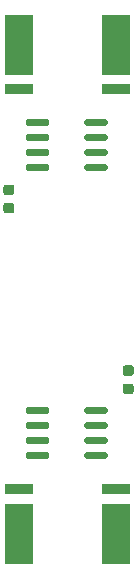
<source format=gbr>
%TF.GenerationSoftware,KiCad,Pcbnew,(5.1.10)-1*%
%TF.CreationDate,2021-07-20T09:59:38-04:00*%
%TF.ProjectId,Smart Tank Current Shunt,536d6172-7420-4546-916e-6b2043757272,rev?*%
%TF.SameCoordinates,Original*%
%TF.FileFunction,Paste,Top*%
%TF.FilePolarity,Positive*%
%FSLAX46Y46*%
G04 Gerber Fmt 4.6, Leading zero omitted, Abs format (unit mm)*
G04 Created by KiCad (PCBNEW (5.1.10)-1) date 2021-07-20 09:59:38*
%MOMM*%
%LPD*%
G01*
G04 APERTURE LIST*
%ADD10R,2.440000X0.890000*%
%ADD11R,2.440000X5.200000*%
G04 APERTURE END LIST*
%TO.C,C1*%
G36*
G01*
X121050000Y-83950000D02*
X121550000Y-83950000D01*
G75*
G02*
X121775000Y-84175000I0J-225000D01*
G01*
X121775000Y-84625000D01*
G75*
G02*
X121550000Y-84850000I-225000J0D01*
G01*
X121050000Y-84850000D01*
G75*
G02*
X120825000Y-84625000I0J225000D01*
G01*
X120825000Y-84175000D01*
G75*
G02*
X121050000Y-83950000I225000J0D01*
G01*
G37*
G36*
G01*
X121050000Y-85500000D02*
X121550000Y-85500000D01*
G75*
G02*
X121775000Y-85725000I0J-225000D01*
G01*
X121775000Y-86175000D01*
G75*
G02*
X121550000Y-86400000I-225000J0D01*
G01*
X121050000Y-86400000D01*
G75*
G02*
X120825000Y-86175000I0J225000D01*
G01*
X120825000Y-85725000D01*
G75*
G02*
X121050000Y-85500000I225000J0D01*
G01*
G37*
%TD*%
%TO.C,C2*%
G36*
G01*
X131650000Y-100150000D02*
X131150000Y-100150000D01*
G75*
G02*
X130925000Y-99925000I0J225000D01*
G01*
X130925000Y-99475000D01*
G75*
G02*
X131150000Y-99250000I225000J0D01*
G01*
X131650000Y-99250000D01*
G75*
G02*
X131875000Y-99475000I0J-225000D01*
G01*
X131875000Y-99925000D01*
G75*
G02*
X131650000Y-100150000I-225000J0D01*
G01*
G37*
G36*
G01*
X131650000Y-101700000D02*
X131150000Y-101700000D01*
G75*
G02*
X130925000Y-101475000I0J225000D01*
G01*
X130925000Y-101025000D01*
G75*
G02*
X131150000Y-100800000I225000J0D01*
G01*
X131650000Y-100800000D01*
G75*
G02*
X131875000Y-101025000I0J-225000D01*
G01*
X131875000Y-101475000D01*
G75*
G02*
X131650000Y-101700000I-225000J0D01*
G01*
G37*
%TD*%
%TO.C,CTRL_AMPS*%
G36*
G01*
X129650000Y-82355000D02*
X129650000Y-82655000D01*
G75*
G02*
X129500000Y-82805000I-150000J0D01*
G01*
X127850000Y-82805000D01*
G75*
G02*
X127700000Y-82655000I0J150000D01*
G01*
X127700000Y-82355000D01*
G75*
G02*
X127850000Y-82205000I150000J0D01*
G01*
X129500000Y-82205000D01*
G75*
G02*
X129650000Y-82355000I0J-150000D01*
G01*
G37*
G36*
G01*
X129650000Y-81085000D02*
X129650000Y-81385000D01*
G75*
G02*
X129500000Y-81535000I-150000J0D01*
G01*
X127850000Y-81535000D01*
G75*
G02*
X127700000Y-81385000I0J150000D01*
G01*
X127700000Y-81085000D01*
G75*
G02*
X127850000Y-80935000I150000J0D01*
G01*
X129500000Y-80935000D01*
G75*
G02*
X129650000Y-81085000I0J-150000D01*
G01*
G37*
G36*
G01*
X129650000Y-79815000D02*
X129650000Y-80115000D01*
G75*
G02*
X129500000Y-80265000I-150000J0D01*
G01*
X127850000Y-80265000D01*
G75*
G02*
X127700000Y-80115000I0J150000D01*
G01*
X127700000Y-79815000D01*
G75*
G02*
X127850000Y-79665000I150000J0D01*
G01*
X129500000Y-79665000D01*
G75*
G02*
X129650000Y-79815000I0J-150000D01*
G01*
G37*
G36*
G01*
X129650000Y-78545000D02*
X129650000Y-78845000D01*
G75*
G02*
X129500000Y-78995000I-150000J0D01*
G01*
X127850000Y-78995000D01*
G75*
G02*
X127700000Y-78845000I0J150000D01*
G01*
X127700000Y-78545000D01*
G75*
G02*
X127850000Y-78395000I150000J0D01*
G01*
X129500000Y-78395000D01*
G75*
G02*
X129650000Y-78545000I0J-150000D01*
G01*
G37*
G36*
G01*
X124700000Y-78545000D02*
X124700000Y-78845000D01*
G75*
G02*
X124550000Y-78995000I-150000J0D01*
G01*
X122900000Y-78995000D01*
G75*
G02*
X122750000Y-78845000I0J150000D01*
G01*
X122750000Y-78545000D01*
G75*
G02*
X122900000Y-78395000I150000J0D01*
G01*
X124550000Y-78395000D01*
G75*
G02*
X124700000Y-78545000I0J-150000D01*
G01*
G37*
G36*
G01*
X124700000Y-79815000D02*
X124700000Y-80115000D01*
G75*
G02*
X124550000Y-80265000I-150000J0D01*
G01*
X122900000Y-80265000D01*
G75*
G02*
X122750000Y-80115000I0J150000D01*
G01*
X122750000Y-79815000D01*
G75*
G02*
X122900000Y-79665000I150000J0D01*
G01*
X124550000Y-79665000D01*
G75*
G02*
X124700000Y-79815000I0J-150000D01*
G01*
G37*
G36*
G01*
X124700000Y-81085000D02*
X124700000Y-81385000D01*
G75*
G02*
X124550000Y-81535000I-150000J0D01*
G01*
X122900000Y-81535000D01*
G75*
G02*
X122750000Y-81385000I0J150000D01*
G01*
X122750000Y-81085000D01*
G75*
G02*
X122900000Y-80935000I150000J0D01*
G01*
X124550000Y-80935000D01*
G75*
G02*
X124700000Y-81085000I0J-150000D01*
G01*
G37*
G36*
G01*
X124700000Y-82355000D02*
X124700000Y-82655000D01*
G75*
G02*
X124550000Y-82805000I-150000J0D01*
G01*
X122900000Y-82805000D01*
G75*
G02*
X122750000Y-82655000I0J150000D01*
G01*
X122750000Y-82355000D01*
G75*
G02*
X122900000Y-82205000I150000J0D01*
G01*
X124550000Y-82205000D01*
G75*
G02*
X124700000Y-82355000I0J-150000D01*
G01*
G37*
%TD*%
%TO.C,PUMP_AMPS*%
G36*
G01*
X127700000Y-103245000D02*
X127700000Y-102945000D01*
G75*
G02*
X127850000Y-102795000I150000J0D01*
G01*
X129500000Y-102795000D01*
G75*
G02*
X129650000Y-102945000I0J-150000D01*
G01*
X129650000Y-103245000D01*
G75*
G02*
X129500000Y-103395000I-150000J0D01*
G01*
X127850000Y-103395000D01*
G75*
G02*
X127700000Y-103245000I0J150000D01*
G01*
G37*
G36*
G01*
X127700000Y-104515000D02*
X127700000Y-104215000D01*
G75*
G02*
X127850000Y-104065000I150000J0D01*
G01*
X129500000Y-104065000D01*
G75*
G02*
X129650000Y-104215000I0J-150000D01*
G01*
X129650000Y-104515000D01*
G75*
G02*
X129500000Y-104665000I-150000J0D01*
G01*
X127850000Y-104665000D01*
G75*
G02*
X127700000Y-104515000I0J150000D01*
G01*
G37*
G36*
G01*
X127700000Y-105785000D02*
X127700000Y-105485000D01*
G75*
G02*
X127850000Y-105335000I150000J0D01*
G01*
X129500000Y-105335000D01*
G75*
G02*
X129650000Y-105485000I0J-150000D01*
G01*
X129650000Y-105785000D01*
G75*
G02*
X129500000Y-105935000I-150000J0D01*
G01*
X127850000Y-105935000D01*
G75*
G02*
X127700000Y-105785000I0J150000D01*
G01*
G37*
G36*
G01*
X127700000Y-107055000D02*
X127700000Y-106755000D01*
G75*
G02*
X127850000Y-106605000I150000J0D01*
G01*
X129500000Y-106605000D01*
G75*
G02*
X129650000Y-106755000I0J-150000D01*
G01*
X129650000Y-107055000D01*
G75*
G02*
X129500000Y-107205000I-150000J0D01*
G01*
X127850000Y-107205000D01*
G75*
G02*
X127700000Y-107055000I0J150000D01*
G01*
G37*
G36*
G01*
X122750000Y-107055000D02*
X122750000Y-106755000D01*
G75*
G02*
X122900000Y-106605000I150000J0D01*
G01*
X124550000Y-106605000D01*
G75*
G02*
X124700000Y-106755000I0J-150000D01*
G01*
X124700000Y-107055000D01*
G75*
G02*
X124550000Y-107205000I-150000J0D01*
G01*
X122900000Y-107205000D01*
G75*
G02*
X122750000Y-107055000I0J150000D01*
G01*
G37*
G36*
G01*
X122750000Y-105785000D02*
X122750000Y-105485000D01*
G75*
G02*
X122900000Y-105335000I150000J0D01*
G01*
X124550000Y-105335000D01*
G75*
G02*
X124700000Y-105485000I0J-150000D01*
G01*
X124700000Y-105785000D01*
G75*
G02*
X124550000Y-105935000I-150000J0D01*
G01*
X122900000Y-105935000D01*
G75*
G02*
X122750000Y-105785000I0J150000D01*
G01*
G37*
G36*
G01*
X122750000Y-104515000D02*
X122750000Y-104215000D01*
G75*
G02*
X122900000Y-104065000I150000J0D01*
G01*
X124550000Y-104065000D01*
G75*
G02*
X124700000Y-104215000I0J-150000D01*
G01*
X124700000Y-104515000D01*
G75*
G02*
X124550000Y-104665000I-150000J0D01*
G01*
X122900000Y-104665000D01*
G75*
G02*
X122750000Y-104515000I0J150000D01*
G01*
G37*
G36*
G01*
X122750000Y-103245000D02*
X122750000Y-102945000D01*
G75*
G02*
X122900000Y-102795000I150000J0D01*
G01*
X124550000Y-102795000D01*
G75*
G02*
X124700000Y-102945000I0J-150000D01*
G01*
X124700000Y-103245000D01*
G75*
G02*
X124550000Y-103395000I-150000J0D01*
G01*
X122900000Y-103395000D01*
G75*
G02*
X122750000Y-103245000I0J150000D01*
G01*
G37*
%TD*%
D10*
%TO.C,R1*%
X122170000Y-75873500D03*
X130400000Y-75873500D03*
D11*
X122170000Y-72100000D03*
X130400000Y-72100000D03*
%TD*%
%TO.C,R2*%
X122170000Y-113500000D03*
X130400000Y-113500000D03*
D10*
X122170000Y-109726500D03*
X130400000Y-109726500D03*
%TD*%
M02*

</source>
